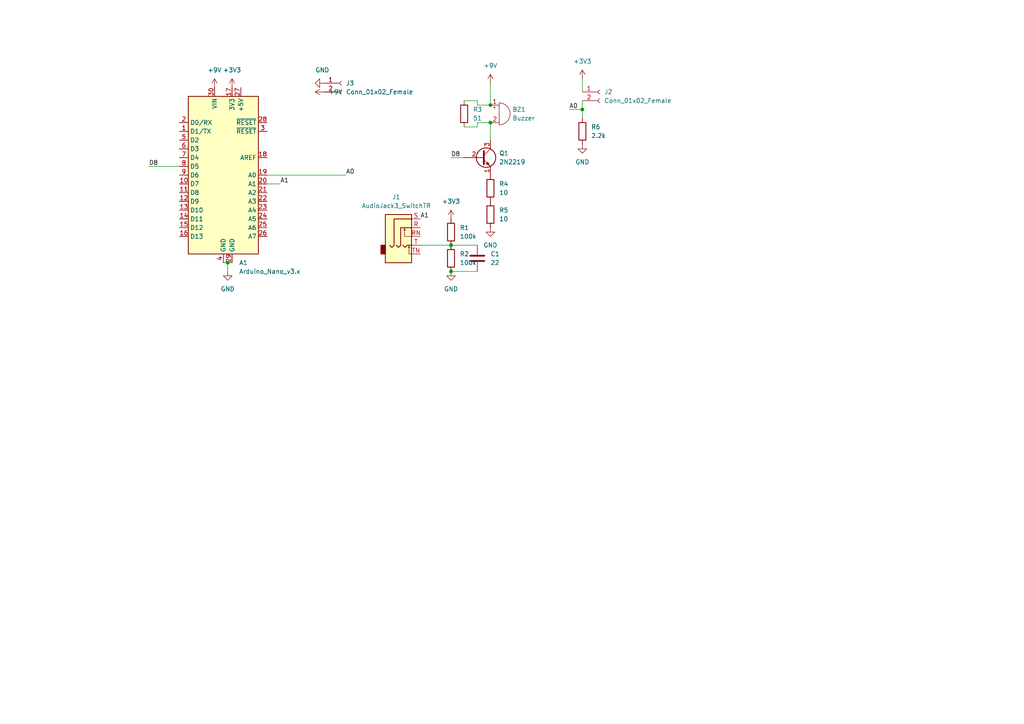
<source format=kicad_sch>
(kicad_sch (version 20230121) (generator eeschema)

  (uuid ebd05648-4087-459e-851f-75aa404c75e9)

  (paper "A4")

  (lib_symbols
    (symbol "Connector:AudioJack3_SwitchTR" (in_bom yes) (on_board yes)
      (property "Reference" "J" (at 0 8.89 0)
        (effects (font (size 1.27 1.27)))
      )
      (property "Value" "AudioJack3_SwitchTR" (at 0 6.35 0)
        (effects (font (size 1.27 1.27)))
      )
      (property "Footprint" "" (at 0 0 0)
        (effects (font (size 1.27 1.27)) hide)
      )
      (property "Datasheet" "~" (at 0 0 0)
        (effects (font (size 1.27 1.27)) hide)
      )
      (property "ki_keywords" "audio jack receptacle stereo headphones phones TRS connector" (at 0 0 0)
        (effects (font (size 1.27 1.27)) hide)
      )
      (property "ki_description" "Audio Jack, 3 Poles (Stereo / TRS), Switched TR Poles (Normalling)" (at 0 0 0)
        (effects (font (size 1.27 1.27)) hide)
      )
      (property "ki_fp_filters" "Jack*" (at 0 0 0)
        (effects (font (size 1.27 1.27)) hide)
      )
      (symbol "AudioJack3_SwitchTR_0_1"
        (rectangle (start -5.08 -5.08) (end -6.35 -7.62)
          (stroke (width 0.254) (type default))
          (fill (type outline))
        )
        (polyline
          (pts
            (xy 0.508 -0.254)
            (xy 0.762 -0.762)
          )
          (stroke (width 0) (type default))
          (fill (type none))
        )
        (polyline
          (pts
            (xy 1.778 -5.334)
            (xy 2.032 -5.842)
          )
          (stroke (width 0) (type default))
          (fill (type none))
        )
        (polyline
          (pts
            (xy 0 -5.08)
            (xy 0.635 -5.715)
            (xy 1.27 -5.08)
            (xy 2.54 -5.08)
          )
          (stroke (width 0.254) (type default))
          (fill (type none))
        )
        (polyline
          (pts
            (xy 2.54 -7.62)
            (xy 1.778 -7.62)
            (xy 1.778 -5.334)
            (xy 1.524 -5.842)
          )
          (stroke (width 0) (type default))
          (fill (type none))
        )
        (polyline
          (pts
            (xy 2.54 -2.54)
            (xy 0.508 -2.54)
            (xy 0.508 -0.254)
            (xy 0.254 -0.762)
          )
          (stroke (width 0) (type default))
          (fill (type none))
        )
        (polyline
          (pts
            (xy -1.905 -5.08)
            (xy -1.27 -5.715)
            (xy -0.635 -5.08)
            (xy -0.635 0)
            (xy 2.54 0)
          )
          (stroke (width 0.254) (type default))
          (fill (type none))
        )
        (polyline
          (pts
            (xy 2.54 2.54)
            (xy -2.54 2.54)
            (xy -2.54 -5.08)
            (xy -3.175 -5.715)
            (xy -3.81 -5.08)
          )
          (stroke (width 0.254) (type default))
          (fill (type none))
        )
        (rectangle (start 2.54 3.81) (end -5.08 -10.16)
          (stroke (width 0.254) (type default))
          (fill (type background))
        )
      )
      (symbol "AudioJack3_SwitchTR_1_1"
        (pin passive line (at 5.08 0 180) (length 2.54)
          (name "~" (effects (font (size 1.27 1.27))))
          (number "R" (effects (font (size 1.27 1.27))))
        )
        (pin passive line (at 5.08 -2.54 180) (length 2.54)
          (name "~" (effects (font (size 1.27 1.27))))
          (number "RN" (effects (font (size 1.27 1.27))))
        )
        (pin passive line (at 5.08 2.54 180) (length 2.54)
          (name "~" (effects (font (size 1.27 1.27))))
          (number "S" (effects (font (size 1.27 1.27))))
        )
        (pin passive line (at 5.08 -5.08 180) (length 2.54)
          (name "~" (effects (font (size 1.27 1.27))))
          (number "T" (effects (font (size 1.27 1.27))))
        )
        (pin passive line (at 5.08 -7.62 180) (length 2.54)
          (name "~" (effects (font (size 1.27 1.27))))
          (number "TN" (effects (font (size 1.27 1.27))))
        )
      )
    )
    (symbol "Connector:Conn_01x02_Female" (pin_names (offset 1.016) hide) (in_bom yes) (on_board yes)
      (property "Reference" "J" (at 0 2.54 0)
        (effects (font (size 1.27 1.27)))
      )
      (property "Value" "Conn_01x02_Female" (at 0 -5.08 0)
        (effects (font (size 1.27 1.27)))
      )
      (property "Footprint" "" (at 0 0 0)
        (effects (font (size 1.27 1.27)) hide)
      )
      (property "Datasheet" "~" (at 0 0 0)
        (effects (font (size 1.27 1.27)) hide)
      )
      (property "ki_keywords" "connector" (at 0 0 0)
        (effects (font (size 1.27 1.27)) hide)
      )
      (property "ki_description" "Generic connector, single row, 01x02, script generated (kicad-library-utils/schlib/autogen/connector/)" (at 0 0 0)
        (effects (font (size 1.27 1.27)) hide)
      )
      (property "ki_fp_filters" "Connector*:*_1x??_*" (at 0 0 0)
        (effects (font (size 1.27 1.27)) hide)
      )
      (symbol "Conn_01x02_Female_1_1"
        (arc (start 0 -2.032) (mid -0.5058 -2.54) (end 0 -3.048)
          (stroke (width 0.1524) (type default))
          (fill (type none))
        )
        (polyline
          (pts
            (xy -1.27 -2.54)
            (xy -0.508 -2.54)
          )
          (stroke (width 0.1524) (type default))
          (fill (type none))
        )
        (polyline
          (pts
            (xy -1.27 0)
            (xy -0.508 0)
          )
          (stroke (width 0.1524) (type default))
          (fill (type none))
        )
        (arc (start 0 0.508) (mid -0.5058 0) (end 0 -0.508)
          (stroke (width 0.1524) (type default))
          (fill (type none))
        )
        (pin passive line (at -5.08 0 0) (length 3.81)
          (name "Pin_1" (effects (font (size 1.27 1.27))))
          (number "1" (effects (font (size 1.27 1.27))))
        )
        (pin passive line (at -5.08 -2.54 0) (length 3.81)
          (name "Pin_2" (effects (font (size 1.27 1.27))))
          (number "2" (effects (font (size 1.27 1.27))))
        )
      )
    )
    (symbol "Device:Buzzer" (pin_names (offset 0.0254) hide) (in_bom yes) (on_board yes)
      (property "Reference" "BZ" (at 3.81 1.27 0)
        (effects (font (size 1.27 1.27)) (justify left))
      )
      (property "Value" "Buzzer" (at 3.81 -1.27 0)
        (effects (font (size 1.27 1.27)) (justify left))
      )
      (property "Footprint" "" (at -0.635 2.54 90)
        (effects (font (size 1.27 1.27)) hide)
      )
      (property "Datasheet" "~" (at -0.635 2.54 90)
        (effects (font (size 1.27 1.27)) hide)
      )
      (property "ki_keywords" "quartz resonator ceramic" (at 0 0 0)
        (effects (font (size 1.27 1.27)) hide)
      )
      (property "ki_description" "Buzzer, polarized" (at 0 0 0)
        (effects (font (size 1.27 1.27)) hide)
      )
      (property "ki_fp_filters" "*Buzzer*" (at 0 0 0)
        (effects (font (size 1.27 1.27)) hide)
      )
      (symbol "Buzzer_0_1"
        (arc (start 0 -3.175) (mid 3.1612 0) (end 0 3.175)
          (stroke (width 0) (type default))
          (fill (type none))
        )
        (polyline
          (pts
            (xy -1.651 1.905)
            (xy -1.143 1.905)
          )
          (stroke (width 0) (type default))
          (fill (type none))
        )
        (polyline
          (pts
            (xy -1.397 2.159)
            (xy -1.397 1.651)
          )
          (stroke (width 0) (type default))
          (fill (type none))
        )
        (polyline
          (pts
            (xy 0 3.175)
            (xy 0 -3.175)
          )
          (stroke (width 0) (type default))
          (fill (type none))
        )
      )
      (symbol "Buzzer_1_1"
        (pin passive line (at -2.54 2.54 0) (length 2.54)
          (name "-" (effects (font (size 1.27 1.27))))
          (number "1" (effects (font (size 1.27 1.27))))
        )
        (pin passive line (at -2.54 -2.54 0) (length 2.54)
          (name "+" (effects (font (size 1.27 1.27))))
          (number "2" (effects (font (size 1.27 1.27))))
        )
      )
    )
    (symbol "Device:C" (pin_numbers hide) (pin_names (offset 0.254)) (in_bom yes) (on_board yes)
      (property "Reference" "C" (at 0.635 2.54 0)
        (effects (font (size 1.27 1.27)) (justify left))
      )
      (property "Value" "C" (at 0.635 -2.54 0)
        (effects (font (size 1.27 1.27)) (justify left))
      )
      (property "Footprint" "" (at 0.9652 -3.81 0)
        (effects (font (size 1.27 1.27)) hide)
      )
      (property "Datasheet" "~" (at 0 0 0)
        (effects (font (size 1.27 1.27)) hide)
      )
      (property "ki_keywords" "cap capacitor" (at 0 0 0)
        (effects (font (size 1.27 1.27)) hide)
      )
      (property "ki_description" "Unpolarized capacitor" (at 0 0 0)
        (effects (font (size 1.27 1.27)) hide)
      )
      (property "ki_fp_filters" "C_*" (at 0 0 0)
        (effects (font (size 1.27 1.27)) hide)
      )
      (symbol "C_0_1"
        (polyline
          (pts
            (xy -2.032 -0.762)
            (xy 2.032 -0.762)
          )
          (stroke (width 0.508) (type default))
          (fill (type none))
        )
        (polyline
          (pts
            (xy -2.032 0.762)
            (xy 2.032 0.762)
          )
          (stroke (width 0.508) (type default))
          (fill (type none))
        )
      )
      (symbol "C_1_1"
        (pin passive line (at 0 3.81 270) (length 2.794)
          (name "~" (effects (font (size 1.27 1.27))))
          (number "1" (effects (font (size 1.27 1.27))))
        )
        (pin passive line (at 0 -3.81 90) (length 2.794)
          (name "~" (effects (font (size 1.27 1.27))))
          (number "2" (effects (font (size 1.27 1.27))))
        )
      )
    )
    (symbol "Device:R" (pin_numbers hide) (pin_names (offset 0)) (in_bom yes) (on_board yes)
      (property "Reference" "R" (at 2.032 0 90)
        (effects (font (size 1.27 1.27)))
      )
      (property "Value" "R" (at 0 0 90)
        (effects (font (size 1.27 1.27)))
      )
      (property "Footprint" "" (at -1.778 0 90)
        (effects (font (size 1.27 1.27)) hide)
      )
      (property "Datasheet" "~" (at 0 0 0)
        (effects (font (size 1.27 1.27)) hide)
      )
      (property "ki_keywords" "R res resistor" (at 0 0 0)
        (effects (font (size 1.27 1.27)) hide)
      )
      (property "ki_description" "Resistor" (at 0 0 0)
        (effects (font (size 1.27 1.27)) hide)
      )
      (property "ki_fp_filters" "R_*" (at 0 0 0)
        (effects (font (size 1.27 1.27)) hide)
      )
      (symbol "R_0_1"
        (rectangle (start -1.016 -2.54) (end 1.016 2.54)
          (stroke (width 0.254) (type default))
          (fill (type none))
        )
      )
      (symbol "R_1_1"
        (pin passive line (at 0 3.81 270) (length 1.27)
          (name "~" (effects (font (size 1.27 1.27))))
          (number "1" (effects (font (size 1.27 1.27))))
        )
        (pin passive line (at 0 -3.81 90) (length 1.27)
          (name "~" (effects (font (size 1.27 1.27))))
          (number "2" (effects (font (size 1.27 1.27))))
        )
      )
    )
    (symbol "MCU_Module:Arduino_Nano_v3.x" (in_bom yes) (on_board yes)
      (property "Reference" "A" (at -10.16 23.495 0)
        (effects (font (size 1.27 1.27)) (justify left bottom))
      )
      (property "Value" "Arduino_Nano_v3.x" (at 5.08 -24.13 0)
        (effects (font (size 1.27 1.27)) (justify left top))
      )
      (property "Footprint" "Module:Arduino_Nano" (at 0 0 0)
        (effects (font (size 1.27 1.27) italic) hide)
      )
      (property "Datasheet" "http://www.mouser.com/pdfdocs/Gravitech_Arduino_Nano3_0.pdf" (at 0 0 0)
        (effects (font (size 1.27 1.27)) hide)
      )
      (property "ki_keywords" "Arduino nano microcontroller module USB" (at 0 0 0)
        (effects (font (size 1.27 1.27)) hide)
      )
      (property "ki_description" "Arduino Nano v3.x" (at 0 0 0)
        (effects (font (size 1.27 1.27)) hide)
      )
      (property "ki_fp_filters" "Arduino*Nano*" (at 0 0 0)
        (effects (font (size 1.27 1.27)) hide)
      )
      (symbol "Arduino_Nano_v3.x_0_1"
        (rectangle (start -10.16 22.86) (end 10.16 -22.86)
          (stroke (width 0.254) (type default))
          (fill (type background))
        )
      )
      (symbol "Arduino_Nano_v3.x_1_1"
        (pin bidirectional line (at -12.7 12.7 0) (length 2.54)
          (name "D1/TX" (effects (font (size 1.27 1.27))))
          (number "1" (effects (font (size 1.27 1.27))))
        )
        (pin bidirectional line (at -12.7 -2.54 0) (length 2.54)
          (name "D7" (effects (font (size 1.27 1.27))))
          (number "10" (effects (font (size 1.27 1.27))))
        )
        (pin bidirectional line (at -12.7 -5.08 0) (length 2.54)
          (name "D8" (effects (font (size 1.27 1.27))))
          (number "11" (effects (font (size 1.27 1.27))))
        )
        (pin bidirectional line (at -12.7 -7.62 0) (length 2.54)
          (name "D9" (effects (font (size 1.27 1.27))))
          (number "12" (effects (font (size 1.27 1.27))))
        )
        (pin bidirectional line (at -12.7 -10.16 0) (length 2.54)
          (name "D10" (effects (font (size 1.27 1.27))))
          (number "13" (effects (font (size 1.27 1.27))))
        )
        (pin bidirectional line (at -12.7 -12.7 0) (length 2.54)
          (name "D11" (effects (font (size 1.27 1.27))))
          (number "14" (effects (font (size 1.27 1.27))))
        )
        (pin bidirectional line (at -12.7 -15.24 0) (length 2.54)
          (name "D12" (effects (font (size 1.27 1.27))))
          (number "15" (effects (font (size 1.27 1.27))))
        )
        (pin bidirectional line (at -12.7 -17.78 0) (length 2.54)
          (name "D13" (effects (font (size 1.27 1.27))))
          (number "16" (effects (font (size 1.27 1.27))))
        )
        (pin power_out line (at 2.54 25.4 270) (length 2.54)
          (name "3V3" (effects (font (size 1.27 1.27))))
          (number "17" (effects (font (size 1.27 1.27))))
        )
        (pin input line (at 12.7 5.08 180) (length 2.54)
          (name "AREF" (effects (font (size 1.27 1.27))))
          (number "18" (effects (font (size 1.27 1.27))))
        )
        (pin bidirectional line (at 12.7 0 180) (length 2.54)
          (name "A0" (effects (font (size 1.27 1.27))))
          (number "19" (effects (font (size 1.27 1.27))))
        )
        (pin bidirectional line (at -12.7 15.24 0) (length 2.54)
          (name "D0/RX" (effects (font (size 1.27 1.27))))
          (number "2" (effects (font (size 1.27 1.27))))
        )
        (pin bidirectional line (at 12.7 -2.54 180) (length 2.54)
          (name "A1" (effects (font (size 1.27 1.27))))
          (number "20" (effects (font (size 1.27 1.27))))
        )
        (pin bidirectional line (at 12.7 -5.08 180) (length 2.54)
          (name "A2" (effects (font (size 1.27 1.27))))
          (number "21" (effects (font (size 1.27 1.27))))
        )
        (pin bidirectional line (at 12.7 -7.62 180) (length 2.54)
          (name "A3" (effects (font (size 1.27 1.27))))
          (number "22" (effects (font (size 1.27 1.27))))
        )
        (pin bidirectional line (at 12.7 -10.16 180) (length 2.54)
          (name "A4" (effects (font (size 1.27 1.27))))
          (number "23" (effects (font (size 1.27 1.27))))
        )
        (pin bidirectional line (at 12.7 -12.7 180) (length 2.54)
          (name "A5" (effects (font (size 1.27 1.27))))
          (number "24" (effects (font (size 1.27 1.27))))
        )
        (pin bidirectional line (at 12.7 -15.24 180) (length 2.54)
          (name "A6" (effects (font (size 1.27 1.27))))
          (number "25" (effects (font (size 1.27 1.27))))
        )
        (pin bidirectional line (at 12.7 -17.78 180) (length 2.54)
          (name "A7" (effects (font (size 1.27 1.27))))
          (number "26" (effects (font (size 1.27 1.27))))
        )
        (pin power_out line (at 5.08 25.4 270) (length 2.54)
          (name "+5V" (effects (font (size 1.27 1.27))))
          (number "27" (effects (font (size 1.27 1.27))))
        )
        (pin input line (at 12.7 15.24 180) (length 2.54)
          (name "~{RESET}" (effects (font (size 1.27 1.27))))
          (number "28" (effects (font (size 1.27 1.27))))
        )
        (pin power_in line (at 2.54 -25.4 90) (length 2.54)
          (name "GND" (effects (font (size 1.27 1.27))))
          (number "29" (effects (font (size 1.27 1.27))))
        )
        (pin input line (at 12.7 12.7 180) (length 2.54)
          (name "~{RESET}" (effects (font (size 1.27 1.27))))
          (number "3" (effects (font (size 1.27 1.27))))
        )
        (pin power_in line (at -2.54 25.4 270) (length 2.54)
          (name "VIN" (effects (font (size 1.27 1.27))))
          (number "30" (effects (font (size 1.27 1.27))))
        )
        (pin power_in line (at 0 -25.4 90) (length 2.54)
          (name "GND" (effects (font (size 1.27 1.27))))
          (number "4" (effects (font (size 1.27 1.27))))
        )
        (pin bidirectional line (at -12.7 10.16 0) (length 2.54)
          (name "D2" (effects (font (size 1.27 1.27))))
          (number "5" (effects (font (size 1.27 1.27))))
        )
        (pin bidirectional line (at -12.7 7.62 0) (length 2.54)
          (name "D3" (effects (font (size 1.27 1.27))))
          (number "6" (effects (font (size 1.27 1.27))))
        )
        (pin bidirectional line (at -12.7 5.08 0) (length 2.54)
          (name "D4" (effects (font (size 1.27 1.27))))
          (number "7" (effects (font (size 1.27 1.27))))
        )
        (pin bidirectional line (at -12.7 2.54 0) (length 2.54)
          (name "D5" (effects (font (size 1.27 1.27))))
          (number "8" (effects (font (size 1.27 1.27))))
        )
        (pin bidirectional line (at -12.7 0 0) (length 2.54)
          (name "D6" (effects (font (size 1.27 1.27))))
          (number "9" (effects (font (size 1.27 1.27))))
        )
      )
    )
    (symbol "Transistor_BJT:2N2219" (pin_names (offset 0) hide) (in_bom yes) (on_board yes)
      (property "Reference" "Q" (at 5.08 1.905 0)
        (effects (font (size 1.27 1.27)) (justify left))
      )
      (property "Value" "2N2219" (at 5.08 0 0)
        (effects (font (size 1.27 1.27)) (justify left))
      )
      (property "Footprint" "Package_TO_SOT_THT:TO-39-3" (at 5.08 -1.905 0)
        (effects (font (size 1.27 1.27) italic) (justify left) hide)
      )
      (property "Datasheet" "http://www.onsemi.com/pub_link/Collateral/2N2219-D.PDF" (at 0 0 0)
        (effects (font (size 1.27 1.27)) (justify left) hide)
      )
      (property "ki_keywords" "NPN Transistor" (at 0 0 0)
        (effects (font (size 1.27 1.27)) hide)
      )
      (property "ki_description" "800mA Ic, 50V Vce, NPN Transistor, TO-39" (at 0 0 0)
        (effects (font (size 1.27 1.27)) hide)
      )
      (property "ki_fp_filters" "TO?39*" (at 0 0 0)
        (effects (font (size 1.27 1.27)) hide)
      )
      (symbol "2N2219_0_1"
        (polyline
          (pts
            (xy 0.635 0.635)
            (xy 2.54 2.54)
          )
          (stroke (width 0) (type default))
          (fill (type none))
        )
        (polyline
          (pts
            (xy 0.635 -0.635)
            (xy 2.54 -2.54)
            (xy 2.54 -2.54)
          )
          (stroke (width 0) (type default))
          (fill (type none))
        )
        (polyline
          (pts
            (xy 0.635 1.905)
            (xy 0.635 -1.905)
            (xy 0.635 -1.905)
          )
          (stroke (width 0.508) (type default))
          (fill (type none))
        )
        (polyline
          (pts
            (xy 1.27 -1.778)
            (xy 1.778 -1.27)
            (xy 2.286 -2.286)
            (xy 1.27 -1.778)
            (xy 1.27 -1.778)
          )
          (stroke (width 0) (type default))
          (fill (type outline))
        )
        (circle (center 1.27 0) (radius 2.8194)
          (stroke (width 0.254) (type default))
          (fill (type none))
        )
      )
      (symbol "2N2219_1_1"
        (pin passive line (at 2.54 -5.08 90) (length 2.54)
          (name "E" (effects (font (size 1.27 1.27))))
          (number "1" (effects (font (size 1.27 1.27))))
        )
        (pin passive line (at -5.08 0 0) (length 5.715)
          (name "B" (effects (font (size 1.27 1.27))))
          (number "2" (effects (font (size 1.27 1.27))))
        )
        (pin passive line (at 2.54 5.08 270) (length 2.54)
          (name "C" (effects (font (size 1.27 1.27))))
          (number "3" (effects (font (size 1.27 1.27))))
        )
      )
    )
    (symbol "power:+3.3V" (power) (pin_names (offset 0)) (in_bom yes) (on_board yes)
      (property "Reference" "#PWR" (at 0 -3.81 0)
        (effects (font (size 1.27 1.27)) hide)
      )
      (property "Value" "+3.3V" (at 0 3.556 0)
        (effects (font (size 1.27 1.27)))
      )
      (property "Footprint" "" (at 0 0 0)
        (effects (font (size 1.27 1.27)) hide)
      )
      (property "Datasheet" "" (at 0 0 0)
        (effects (font (size 1.27 1.27)) hide)
      )
      (property "ki_keywords" "power-flag" (at 0 0 0)
        (effects (font (size 1.27 1.27)) hide)
      )
      (property "ki_description" "Power symbol creates a global label with name \"+3.3V\"" (at 0 0 0)
        (effects (font (size 1.27 1.27)) hide)
      )
      (symbol "+3.3V_0_1"
        (polyline
          (pts
            (xy -0.762 1.27)
            (xy 0 2.54)
          )
          (stroke (width 0) (type default))
          (fill (type none))
        )
        (polyline
          (pts
            (xy 0 0)
            (xy 0 2.54)
          )
          (stroke (width 0) (type default))
          (fill (type none))
        )
        (polyline
          (pts
            (xy 0 2.54)
            (xy 0.762 1.27)
          )
          (stroke (width 0) (type default))
          (fill (type none))
        )
      )
      (symbol "+3.3V_1_1"
        (pin power_in line (at 0 0 90) (length 0) hide
          (name "+3V3" (effects (font (size 1.27 1.27))))
          (number "1" (effects (font (size 1.27 1.27))))
        )
      )
    )
    (symbol "power:+9V" (power) (pin_names (offset 0)) (in_bom yes) (on_board yes)
      (property "Reference" "#PWR" (at 0 -3.81 0)
        (effects (font (size 1.27 1.27)) hide)
      )
      (property "Value" "+9V" (at 0 3.556 0)
        (effects (font (size 1.27 1.27)))
      )
      (property "Footprint" "" (at 0 0 0)
        (effects (font (size 1.27 1.27)) hide)
      )
      (property "Datasheet" "" (at 0 0 0)
        (effects (font (size 1.27 1.27)) hide)
      )
      (property "ki_keywords" "power-flag" (at 0 0 0)
        (effects (font (size 1.27 1.27)) hide)
      )
      (property "ki_description" "Power symbol creates a global label with name \"+9V\"" (at 0 0 0)
        (effects (font (size 1.27 1.27)) hide)
      )
      (symbol "+9V_0_1"
        (polyline
          (pts
            (xy -0.762 1.27)
            (xy 0 2.54)
          )
          (stroke (width 0) (type default))
          (fill (type none))
        )
        (polyline
          (pts
            (xy 0 0)
            (xy 0 2.54)
          )
          (stroke (width 0) (type default))
          (fill (type none))
        )
        (polyline
          (pts
            (xy 0 2.54)
            (xy 0.762 1.27)
          )
          (stroke (width 0) (type default))
          (fill (type none))
        )
      )
      (symbol "+9V_1_1"
        (pin power_in line (at 0 0 90) (length 0) hide
          (name "+9V" (effects (font (size 1.27 1.27))))
          (number "1" (effects (font (size 1.27 1.27))))
        )
      )
    )
    (symbol "power:GND" (power) (pin_names (offset 0)) (in_bom yes) (on_board yes)
      (property "Reference" "#PWR" (at 0 -6.35 0)
        (effects (font (size 1.27 1.27)) hide)
      )
      (property "Value" "GND" (at 0 -3.81 0)
        (effects (font (size 1.27 1.27)))
      )
      (property "Footprint" "" (at 0 0 0)
        (effects (font (size 1.27 1.27)) hide)
      )
      (property "Datasheet" "" (at 0 0 0)
        (effects (font (size 1.27 1.27)) hide)
      )
      (property "ki_keywords" "power-flag" (at 0 0 0)
        (effects (font (size 1.27 1.27)) hide)
      )
      (property "ki_description" "Power symbol creates a global label with name \"GND\" , ground" (at 0 0 0)
        (effects (font (size 1.27 1.27)) hide)
      )
      (symbol "GND_0_1"
        (polyline
          (pts
            (xy 0 0)
            (xy 0 -1.27)
            (xy 1.27 -1.27)
            (xy 0 -2.54)
            (xy -1.27 -1.27)
            (xy 0 -1.27)
          )
          (stroke (width 0) (type default))
          (fill (type none))
        )
      )
      (symbol "GND_1_1"
        (pin power_in line (at 0 0 270) (length 0) hide
          (name "GND" (effects (font (size 1.27 1.27))))
          (number "1" (effects (font (size 1.27 1.27))))
        )
      )
    )
  )

  (junction (at 142.24 30.48) (diameter 0) (color 0 0 0 0)
    (uuid 2644127b-c5aa-4008-808e-9cfce3e14bb7)
  )
  (junction (at 66.04 76.2) (diameter 0) (color 0 0 0 0)
    (uuid 5514eeff-316b-486c-882e-29473204b66c)
  )
  (junction (at 130.81 71.12) (diameter 0) (color 0 0 0 0)
    (uuid 6698537c-c3b4-47fe-be2a-df46897104cb)
  )
  (junction (at 130.81 78.74) (diameter 0) (color 0 0 0 0)
    (uuid b65e158d-b834-4aa3-8e55-26babbdc9b60)
  )
  (junction (at 142.24 35.56) (diameter 0) (color 0 0 0 0)
    (uuid ce15471a-e895-4ef4-b07b-72384accebd3)
  )
  (junction (at 168.91 31.75) (diameter 0) (color 0 0 0 0)
    (uuid f495c843-f179-4624-b084-7264b8ce1faf)
  )

  (wire (pts (xy 134.62 36.83) (xy 138.43 36.83))
    (stroke (width 0) (type default))
    (uuid 0023d506-190d-413f-b8b1-d7124d766938)
  )
  (wire (pts (xy 168.91 31.75) (xy 168.91 34.29))
    (stroke (width 0) (type default))
    (uuid 1b0b72ea-8bc0-47c2-ae0e-603ada81102c)
  )
  (wire (pts (xy 130.81 71.12) (xy 138.43 71.12))
    (stroke (width 0) (type default))
    (uuid 36969f97-8771-4c7b-b2fd-9529c41b71fe)
  )
  (wire (pts (xy 138.43 35.56) (xy 142.24 35.56))
    (stroke (width 0) (type default))
    (uuid 36a0c6f1-c752-4984-bdf3-cb271f2ccfb3)
  )
  (wire (pts (xy 165.1 31.75) (xy 168.91 31.75))
    (stroke (width 0) (type default))
    (uuid 375901bb-4a8e-4fed-9d8a-1f5e4c7cb671)
  )
  (wire (pts (xy 130.81 45.72) (xy 134.62 45.72))
    (stroke (width 0) (type default))
    (uuid 40a76919-b435-4155-bb5c-306a745643ef)
  )
  (wire (pts (xy 66.04 76.2) (xy 66.04 78.74))
    (stroke (width 0) (type default))
    (uuid 44d610b5-8765-4768-bd87-8820d8f56f22)
  )
  (wire (pts (xy 121.92 71.12) (xy 130.81 71.12))
    (stroke (width 0) (type default))
    (uuid 461f3ae5-6d39-479d-884e-af65bf8e21fe)
  )
  (wire (pts (xy 168.91 22.86) (xy 168.91 26.67))
    (stroke (width 0) (type default))
    (uuid 567b644d-a5b8-445b-a9ce-c06000729332)
  )
  (wire (pts (xy 77.47 53.34) (xy 81.28 53.34))
    (stroke (width 0) (type default))
    (uuid 58145cdc-ab65-48dd-9b83-9446acc9f321)
  )
  (wire (pts (xy 138.43 36.83) (xy 138.43 35.56))
    (stroke (width 0) (type default))
    (uuid 7444b91d-5fec-4eb8-8889-fcfcc3d6aef8)
  )
  (wire (pts (xy 130.81 78.74) (xy 138.43 78.74))
    (stroke (width 0) (type default))
    (uuid 76ebfbbf-6b98-4a1e-8b80-b255bed7380a)
  )
  (wire (pts (xy 142.24 35.56) (xy 142.24 40.64))
    (stroke (width 0) (type default))
    (uuid 78a6d316-b1db-4352-ae88-78f1e81d2ac6)
  )
  (wire (pts (xy 43.18 48.26) (xy 52.07 48.26))
    (stroke (width 0) (type default))
    (uuid 7e96227b-dc1a-4fee-9ad8-4946b3f69c05)
  )
  (wire (pts (xy 64.77 76.2) (xy 66.04 76.2))
    (stroke (width 0) (type default))
    (uuid 891dfae8-7926-4604-b235-62b05663ba9c)
  )
  (wire (pts (xy 142.24 30.48) (xy 138.43 30.48))
    (stroke (width 0) (type default))
    (uuid 92c18e5f-6f07-46c9-acd1-09888da4c8c9)
  )
  (wire (pts (xy 77.47 50.8) (xy 100.33 50.8))
    (stroke (width 0) (type default))
    (uuid 9309d048-a060-4353-bb9a-85eeb34b7ed1)
  )
  (wire (pts (xy 168.91 29.21) (xy 168.91 31.75))
    (stroke (width 0) (type default))
    (uuid 98a703e7-0424-45f3-9161-b1e9deffb904)
  )
  (wire (pts (xy 142.24 24.13) (xy 142.24 30.48))
    (stroke (width 0) (type default))
    (uuid ab256448-9db1-4746-8972-cf07de3c5860)
  )
  (wire (pts (xy 138.43 29.21) (xy 134.62 29.21))
    (stroke (width 0) (type default))
    (uuid d8bb4bd2-729e-4b39-98d2-fa6a0df97bc6)
  )
  (wire (pts (xy 138.43 30.48) (xy 138.43 29.21))
    (stroke (width 0) (type default))
    (uuid e4db966a-4c9d-4730-84d9-d7e5c8310e09)
  )
  (wire (pts (xy 66.04 76.2) (xy 67.31 76.2))
    (stroke (width 0) (type default))
    (uuid ffc6af1e-be88-4ae5-ad5b-f894fbd5c36a)
  )

  (label "A0" (at 165.1 31.75 0) (fields_autoplaced)
    (effects (font (size 1.27 1.27)) (justify left bottom))
    (uuid 00378a3b-f89e-493c-9d89-0960e4d34540)
  )
  (label "A0" (at 100.33 50.8 0) (fields_autoplaced)
    (effects (font (size 1.27 1.27)) (justify left bottom))
    (uuid 2ab10d7c-e636-4a08-88b0-aaa315092f00)
  )
  (label "D8" (at 130.81 45.72 0) (fields_autoplaced)
    (effects (font (size 1.27 1.27)) (justify left bottom))
    (uuid 62bf13d1-9286-4ab3-be5e-81b4030c75c8)
  )
  (label "D8" (at 43.18 48.26 0) (fields_autoplaced)
    (effects (font (size 1.27 1.27)) (justify left bottom))
    (uuid 731c2125-37cb-4f2f-8ef8-1954ab5dd1e0)
  )
  (label "A1" (at 121.92 63.5 0) (fields_autoplaced)
    (effects (font (size 1.27 1.27)) (justify left bottom))
    (uuid 78758bbe-99a2-44e5-8d61-0ac35f829148)
  )
  (label "A1" (at 81.28 53.34 0) (fields_autoplaced)
    (effects (font (size 1.27 1.27)) (justify left bottom))
    (uuid b120e625-b1c1-4407-869e-47e8ac610ad4)
  )

  (symbol (lib_id "Device:R") (at 130.81 74.93 0) (unit 1)
    (in_bom yes) (on_board yes) (dnp no) (fields_autoplaced)
    (uuid 124ee9bf-c3e2-4718-96d3-9dcbfc41ca1f)
    (property "Reference" "R2" (at 133.35 73.6599 0)
      (effects (font (size 1.27 1.27)) (justify left))
    )
    (property "Value" "100k" (at 133.35 76.1999 0)
      (effects (font (size 1.27 1.27)) (justify left))
    )
    (property "Footprint" "Resistor_THT:R_Axial_DIN0207_L6.3mm_D2.5mm_P10.16mm_Horizontal" (at 129.032 74.93 90)
      (effects (font (size 1.27 1.27)) hide)
    )
    (property "Datasheet" "~" (at 130.81 74.93 0)
      (effects (font (size 1.27 1.27)) hide)
    )
    (pin "1" (uuid b62dae99-8bdf-4159-b2b9-408843bf3d9a))
    (pin "2" (uuid 5c3bcc7e-2c3a-411b-9854-0a67fa42d0f7))
    (instances
      (project "Dryer Buzzer V2"
        (path "/ebd05648-4087-459e-851f-75aa404c75e9"
          (reference "R2") (unit 1)
        )
      )
    )
  )

  (symbol (lib_id "MCU_Module:Arduino_Nano_v3.x") (at 64.77 50.8 0) (unit 1)
    (in_bom yes) (on_board yes) (dnp no) (fields_autoplaced)
    (uuid 1e59d700-2a92-4668-91f8-8b9a228fee81)
    (property "Reference" "A1" (at 69.3294 76.2 0)
      (effects (font (size 1.27 1.27)) (justify left))
    )
    (property "Value" "Arduino_Nano_v3.x" (at 69.3294 78.74 0)
      (effects (font (size 1.27 1.27)) (justify left))
    )
    (property "Footprint" "Module:Arduino_Nano" (at 64.77 50.8 0)
      (effects (font (size 1.27 1.27) italic) hide)
    )
    (property "Datasheet" "http://www.mouser.com/pdfdocs/Gravitech_Arduino_Nano3_0.pdf" (at 64.77 50.8 0)
      (effects (font (size 1.27 1.27)) hide)
    )
    (pin "1" (uuid 42147e17-0214-4c3f-82b7-f01ef13077c0))
    (pin "10" (uuid 89bcb2fa-84a9-40f8-ba88-a42ce4dad353))
    (pin "11" (uuid f1585c9e-ba90-4ab0-af48-f280f14b9bda))
    (pin "12" (uuid 4696f448-4750-4c86-9c9f-5953b6eea324))
    (pin "13" (uuid 8ec3b774-c709-46de-9fba-6318268aa03d))
    (pin "14" (uuid 5a40d54b-163f-4460-8298-a20275afe4e0))
    (pin "15" (uuid 139f6ef8-c104-48fa-9e8e-671480a6b39d))
    (pin "16" (uuid 9089692c-a812-43fc-8fcd-b10c2e2b4bce))
    (pin "17" (uuid 022f5300-1597-48c6-82e6-08fd654960bc))
    (pin "18" (uuid f9a3b03c-35a8-493c-b603-bc2f2c494ec5))
    (pin "19" (uuid 45216fde-2c14-4107-83c8-bbf1f5440db8))
    (pin "2" (uuid aa5b5b9e-1cd9-478a-b1fc-49665451f04a))
    (pin "20" (uuid c5b8d313-e9d7-4703-bf03-d04f74b44c23))
    (pin "21" (uuid 56205a53-3e4f-4b56-b27f-49f7736602ff))
    (pin "22" (uuid 8606433f-eb38-4a76-82a3-542bc6877c00))
    (pin "23" (uuid 747d8ff0-60c3-4032-8dc7-adf41ce12ba2))
    (pin "24" (uuid ac389968-7752-4232-b7f1-4f887cf41924))
    (pin "25" (uuid e3492ae1-997a-4acb-b101-2cb475fa7aa1))
    (pin "26" (uuid 10dceefd-8783-4610-87d9-bbf947a3d7f4))
    (pin "27" (uuid d2ea0543-27de-4e5c-bba4-dbc83f2712db))
    (pin "28" (uuid f1a42d77-bc83-4bdc-8ad3-6e1e7f5cc4c4))
    (pin "29" (uuid 78cffc08-0020-46d6-a2eb-69a001a2c424))
    (pin "3" (uuid 14a7f171-9afc-4736-95ec-68778b92f4bc))
    (pin "30" (uuid 5c84bd0b-3acf-4a8a-8721-0677b36a12a7))
    (pin "4" (uuid 2806385d-432f-4f30-a7f6-639a1b804455))
    (pin "5" (uuid e628eb1b-58fa-4c76-8cde-a543de8d6127))
    (pin "6" (uuid 490c3c2a-1eb6-4128-9ade-ee1f566bf189))
    (pin "7" (uuid ba27b073-dd1e-4060-acf4-eefc168f7ab3))
    (pin "8" (uuid 2c43f8ee-dea4-41ca-af1f-34bb297518cd))
    (pin "9" (uuid 5152ef43-5c17-4465-b3ad-f42877304809))
    (instances
      (project "Dryer Buzzer V2"
        (path "/ebd05648-4087-459e-851f-75aa404c75e9"
          (reference "A1") (unit 1)
        )
      )
    )
  )

  (symbol (lib_id "power:+3.3V") (at 130.81 63.5 0) (unit 1)
    (in_bom yes) (on_board yes) (dnp no) (fields_autoplaced)
    (uuid 3745201f-f7c3-4440-b899-cc2168b727ff)
    (property "Reference" "#PWR04" (at 130.81 67.31 0)
      (effects (font (size 1.27 1.27)) hide)
    )
    (property "Value" "+3.3V" (at 130.81 58.42 0)
      (effects (font (size 1.27 1.27)))
    )
    (property "Footprint" "" (at 130.81 63.5 0)
      (effects (font (size 1.27 1.27)) hide)
    )
    (property "Datasheet" "" (at 130.81 63.5 0)
      (effects (font (size 1.27 1.27)) hide)
    )
    (pin "1" (uuid eefd2c59-36e7-4c5a-99f7-87e52851b3b2))
    (instances
      (project "Dryer Buzzer V2"
        (path "/ebd05648-4087-459e-851f-75aa404c75e9"
          (reference "#PWR04") (unit 1)
        )
      )
    )
  )

  (symbol (lib_id "Connector:Conn_01x02_Female") (at 99.06 24.13 0) (unit 1)
    (in_bom yes) (on_board yes) (dnp no) (fields_autoplaced)
    (uuid 48ffeec3-9589-4aa6-81af-7a900bd513f4)
    (property "Reference" "J3" (at 100.33 24.1299 0)
      (effects (font (size 1.27 1.27)) (justify left))
    )
    (property "Value" "Conn_01x02_Female" (at 100.33 26.6699 0)
      (effects (font (size 1.27 1.27)) (justify left))
    )
    (property "Footprint" "Connector_JST:JST_EH_B2B-EH-A_1x02_P2.50mm_Vertical" (at 99.06 24.13 0)
      (effects (font (size 1.27 1.27)) hide)
    )
    (property "Datasheet" "~" (at 99.06 24.13 0)
      (effects (font (size 1.27 1.27)) hide)
    )
    (pin "1" (uuid a20430a7-a8f0-426f-ad9d-84b626fd4ddd))
    (pin "2" (uuid 7ba127d8-ffb3-4b26-9e2a-c64afc402268))
    (instances
      (project "Dryer Buzzer V2"
        (path "/ebd05648-4087-459e-851f-75aa404c75e9"
          (reference "J3") (unit 1)
        )
      )
    )
  )

  (symbol (lib_id "power:GND") (at 93.98 24.13 270) (unit 1)
    (in_bom yes) (on_board yes) (dnp no)
    (uuid 4f0e45c5-078a-46d5-ac74-3a75fbcbabfc)
    (property "Reference" "#PWR010" (at 87.63 24.13 0)
      (effects (font (size 1.27 1.27)) hide)
    )
    (property "Value" "GND" (at 91.44 20.32 90)
      (effects (font (size 1.27 1.27)) (justify left))
    )
    (property "Footprint" "" (at 93.98 24.13 0)
      (effects (font (size 1.27 1.27)) hide)
    )
    (property "Datasheet" "" (at 93.98 24.13 0)
      (effects (font (size 1.27 1.27)) hide)
    )
    (pin "1" (uuid 47cb7f78-fc52-40fb-bb07-c17d6fef2795))
    (instances
      (project "Dryer Buzzer V2"
        (path "/ebd05648-4087-459e-851f-75aa404c75e9"
          (reference "#PWR010") (unit 1)
        )
      )
    )
  )

  (symbol (lib_id "power:GND") (at 142.24 66.04 0) (unit 1)
    (in_bom yes) (on_board yes) (dnp no) (fields_autoplaced)
    (uuid 50a78c16-0c9a-44e2-b2f7-c4d55a5d1db0)
    (property "Reference" "#PWR07" (at 142.24 72.39 0)
      (effects (font (size 1.27 1.27)) hide)
    )
    (property "Value" "GND" (at 142.24 71.12 0)
      (effects (font (size 1.27 1.27)))
    )
    (property "Footprint" "" (at 142.24 66.04 0)
      (effects (font (size 1.27 1.27)) hide)
    )
    (property "Datasheet" "" (at 142.24 66.04 0)
      (effects (font (size 1.27 1.27)) hide)
    )
    (pin "1" (uuid 592ae6e9-84b1-48b2-ac08-f14ec0912ce7))
    (instances
      (project "Dryer Buzzer V2"
        (path "/ebd05648-4087-459e-851f-75aa404c75e9"
          (reference "#PWR07") (unit 1)
        )
      )
    )
  )

  (symbol (lib_id "power:GND") (at 130.81 78.74 0) (unit 1)
    (in_bom yes) (on_board yes) (dnp no) (fields_autoplaced)
    (uuid 50e4c5a1-9ec3-41f8-87e7-1a8a9184f60d)
    (property "Reference" "#PWR05" (at 130.81 85.09 0)
      (effects (font (size 1.27 1.27)) hide)
    )
    (property "Value" "GND" (at 130.81 83.82 0)
      (effects (font (size 1.27 1.27)))
    )
    (property "Footprint" "" (at 130.81 78.74 0)
      (effects (font (size 1.27 1.27)) hide)
    )
    (property "Datasheet" "" (at 130.81 78.74 0)
      (effects (font (size 1.27 1.27)) hide)
    )
    (pin "1" (uuid a7bad7da-a237-4733-807d-369093b1856c))
    (instances
      (project "Dryer Buzzer V2"
        (path "/ebd05648-4087-459e-851f-75aa404c75e9"
          (reference "#PWR05") (unit 1)
        )
      )
    )
  )

  (symbol (lib_id "Device:R") (at 142.24 54.61 0) (unit 1)
    (in_bom yes) (on_board yes) (dnp no) (fields_autoplaced)
    (uuid 56963129-475d-4cac-832c-2a3a254f2b36)
    (property "Reference" "R4" (at 144.78 53.3399 0)
      (effects (font (size 1.27 1.27)) (justify left))
    )
    (property "Value" "10" (at 144.78 55.8799 0)
      (effects (font (size 1.27 1.27)) (justify left))
    )
    (property "Footprint" "Resistor_THT:R_Axial_DIN0207_L6.3mm_D2.5mm_P10.16mm_Horizontal" (at 140.462 54.61 90)
      (effects (font (size 1.27 1.27)) hide)
    )
    (property "Datasheet" "~" (at 142.24 54.61 0)
      (effects (font (size 1.27 1.27)) hide)
    )
    (pin "1" (uuid 159403e6-e47b-42cb-880e-aa08d1467040))
    (pin "2" (uuid df701bc8-83ce-48a2-9e5e-0c6c3f3d8cd5))
    (instances
      (project "Dryer Buzzer V2"
        (path "/ebd05648-4087-459e-851f-75aa404c75e9"
          (reference "R4") (unit 1)
        )
      )
    )
  )

  (symbol (lib_id "power:+3.3V") (at 67.31 25.4 0) (unit 1)
    (in_bom yes) (on_board yes) (dnp no) (fields_autoplaced)
    (uuid 5b45e814-029e-422b-835c-647ec88714ba)
    (property "Reference" "#PWR03" (at 67.31 29.21 0)
      (effects (font (size 1.27 1.27)) hide)
    )
    (property "Value" "+3.3V" (at 67.31 20.32 0)
      (effects (font (size 1.27 1.27)))
    )
    (property "Footprint" "" (at 67.31 25.4 0)
      (effects (font (size 1.27 1.27)) hide)
    )
    (property "Datasheet" "" (at 67.31 25.4 0)
      (effects (font (size 1.27 1.27)) hide)
    )
    (pin "1" (uuid ee6f4f60-4695-48c6-b953-128adbf1fb68))
    (instances
      (project "Dryer Buzzer V2"
        (path "/ebd05648-4087-459e-851f-75aa404c75e9"
          (reference "#PWR03") (unit 1)
        )
      )
    )
  )

  (symbol (lib_id "Device:R") (at 168.91 38.1 0) (unit 1)
    (in_bom yes) (on_board yes) (dnp no) (fields_autoplaced)
    (uuid 64a98920-1e50-4662-994c-69ed05f8579f)
    (property "Reference" "R6" (at 171.45 36.83 0)
      (effects (font (size 1.27 1.27)) (justify left))
    )
    (property "Value" "2.2k" (at 171.45 39.37 0)
      (effects (font (size 1.27 1.27)) (justify left))
    )
    (property "Footprint" "Resistor_THT:R_Axial_DIN0207_L6.3mm_D2.5mm_P10.16mm_Horizontal" (at 167.132 38.1 90)
      (effects (font (size 1.27 1.27)) hide)
    )
    (property "Datasheet" "~" (at 168.91 38.1 0)
      (effects (font (size 1.27 1.27)) hide)
    )
    (pin "1" (uuid c3e1cd28-0d6d-4ea3-888a-bc755ee01ebc))
    (pin "2" (uuid 2b9c0bd6-c830-41d4-a6ea-bd23a5b85814))
    (instances
      (project "Dryer Buzzer V2"
        (path "/ebd05648-4087-459e-851f-75aa404c75e9"
          (reference "R6") (unit 1)
        )
      )
    )
  )

  (symbol (lib_id "Transistor_BJT:2N2219") (at 139.7 45.72 0) (unit 1)
    (in_bom yes) (on_board yes) (dnp no) (fields_autoplaced)
    (uuid 6bb8186f-9627-4228-bd23-2123bc80d703)
    (property "Reference" "Q1" (at 144.78 44.4499 0)
      (effects (font (size 1.27 1.27)) (justify left))
    )
    (property "Value" "2N2219" (at 144.78 46.9899 0)
      (effects (font (size 1.27 1.27)) (justify left))
    )
    (property "Footprint" "Package_TO_SOT_THT:TO-39-3" (at 144.78 47.625 0)
      (effects (font (size 1.27 1.27) italic) (justify left) hide)
    )
    (property "Datasheet" "http://www.onsemi.com/pub_link/Collateral/2N2219-D.PDF" (at 139.7 45.72 0)
      (effects (font (size 1.27 1.27)) (justify left) hide)
    )
    (pin "1" (uuid c08c9943-ea7e-4d9b-8378-808051f46130))
    (pin "2" (uuid 97df3bb6-29e6-429c-81aa-64c980f911b9))
    (pin "3" (uuid 58ac892f-c352-4dfa-b20e-02b349d91728))
    (instances
      (project "Dryer Buzzer V2"
        (path "/ebd05648-4087-459e-851f-75aa404c75e9"
          (reference "Q1") (unit 1)
        )
      )
    )
  )

  (symbol (lib_id "power:+9V") (at 142.24 24.13 0) (unit 1)
    (in_bom yes) (on_board yes) (dnp no) (fields_autoplaced)
    (uuid 6ce3e4df-86e7-45d9-a8b8-daee483612d2)
    (property "Reference" "#PWR06" (at 142.24 27.94 0)
      (effects (font (size 1.27 1.27)) hide)
    )
    (property "Value" "+9V" (at 142.24 19.05 0)
      (effects (font (size 1.27 1.27)))
    )
    (property "Footprint" "" (at 142.24 24.13 0)
      (effects (font (size 1.27 1.27)) hide)
    )
    (property "Datasheet" "" (at 142.24 24.13 0)
      (effects (font (size 1.27 1.27)) hide)
    )
    (pin "1" (uuid 1790fbed-08bf-4da7-8078-ee57c22e577b))
    (instances
      (project "Dryer Buzzer V2"
        (path "/ebd05648-4087-459e-851f-75aa404c75e9"
          (reference "#PWR06") (unit 1)
        )
      )
    )
  )

  (symbol (lib_id "power:GND") (at 66.04 78.74 0) (unit 1)
    (in_bom yes) (on_board yes) (dnp no) (fields_autoplaced)
    (uuid 6f7c886d-f4c8-4024-8fe3-66528b2d7627)
    (property "Reference" "#PWR02" (at 66.04 85.09 0)
      (effects (font (size 1.27 1.27)) hide)
    )
    (property "Value" "GND" (at 66.04 83.82 0)
      (effects (font (size 1.27 1.27)))
    )
    (property "Footprint" "" (at 66.04 78.74 0)
      (effects (font (size 1.27 1.27)) hide)
    )
    (property "Datasheet" "" (at 66.04 78.74 0)
      (effects (font (size 1.27 1.27)) hide)
    )
    (pin "1" (uuid c3fb8979-b797-4d45-962e-dd47d29e30e0))
    (instances
      (project "Dryer Buzzer V2"
        (path "/ebd05648-4087-459e-851f-75aa404c75e9"
          (reference "#PWR02") (unit 1)
        )
      )
    )
  )

  (symbol (lib_id "power:+9V") (at 62.23 25.4 0) (unit 1)
    (in_bom yes) (on_board yes) (dnp no) (fields_autoplaced)
    (uuid 70d0b3eb-df68-4599-b7e9-b18e33ca3d9e)
    (property "Reference" "#PWR01" (at 62.23 29.21 0)
      (effects (font (size 1.27 1.27)) hide)
    )
    (property "Value" "+9V" (at 62.23 20.32 0)
      (effects (font (size 1.27 1.27)))
    )
    (property "Footprint" "" (at 62.23 25.4 0)
      (effects (font (size 1.27 1.27)) hide)
    )
    (property "Datasheet" "" (at 62.23 25.4 0)
      (effects (font (size 1.27 1.27)) hide)
    )
    (pin "1" (uuid eebfe07e-a309-4304-8823-402ccc24e429))
    (instances
      (project "Dryer Buzzer V2"
        (path "/ebd05648-4087-459e-851f-75aa404c75e9"
          (reference "#PWR01") (unit 1)
        )
      )
    )
  )

  (symbol (lib_id "Device:Buzzer") (at 144.78 33.02 0) (unit 1)
    (in_bom yes) (on_board yes) (dnp no) (fields_autoplaced)
    (uuid 73e829e9-268b-49f8-9058-4ed8153724ab)
    (property "Reference" "BZ1" (at 148.59 31.7499 0)
      (effects (font (size 1.27 1.27)) (justify left))
    )
    (property "Value" "Buzzer" (at 148.59 34.2899 0)
      (effects (font (size 1.27 1.27)) (justify left))
    )
    (property "Footprint" "Buzzer_Beeper:Buzzer_12x9.5RM7.6" (at 144.145 30.48 90)
      (effects (font (size 1.27 1.27)) hide)
    )
    (property "Datasheet" "~" (at 144.145 30.48 90)
      (effects (font (size 1.27 1.27)) hide)
    )
    (pin "1" (uuid ec11f8fd-ca7a-424a-bf26-42058d573921))
    (pin "2" (uuid c015a769-1ecd-4978-b088-b1896d426183))
    (instances
      (project "Dryer Buzzer V2"
        (path "/ebd05648-4087-459e-851f-75aa404c75e9"
          (reference "BZ1") (unit 1)
        )
      )
    )
  )

  (symbol (lib_id "Device:C") (at 138.43 74.93 0) (unit 1)
    (in_bom yes) (on_board yes) (dnp no) (fields_autoplaced)
    (uuid 7d84c284-f8a6-42e4-87f0-92ccfa8ba31f)
    (property "Reference" "C1" (at 142.24 73.6599 0)
      (effects (font (size 1.27 1.27)) (justify left))
    )
    (property "Value" "22" (at 142.24 76.1999 0)
      (effects (font (size 1.27 1.27)) (justify left))
    )
    (property "Footprint" "Capacitor_THT:CP_Radial_D5.0mm_P2.50mm" (at 139.3952 78.74 0)
      (effects (font (size 1.27 1.27)) hide)
    )
    (property "Datasheet" "~" (at 138.43 74.93 0)
      (effects (font (size 1.27 1.27)) hide)
    )
    (pin "1" (uuid 33e356e9-2579-4fe8-b174-bda46b693c16))
    (pin "2" (uuid 90d1392a-19a8-488d-a536-ef57e8d1b6bd))
    (instances
      (project "Dryer Buzzer V2"
        (path "/ebd05648-4087-459e-851f-75aa404c75e9"
          (reference "C1") (unit 1)
        )
      )
    )
  )

  (symbol (lib_id "power:+3.3V") (at 168.91 22.86 0) (unit 1)
    (in_bom yes) (on_board yes) (dnp no) (fields_autoplaced)
    (uuid 7e5f6ccd-cd39-4505-92c4-30dfd18ab461)
    (property "Reference" "#PWR08" (at 168.91 26.67 0)
      (effects (font (size 1.27 1.27)) hide)
    )
    (property "Value" "+3.3V" (at 168.91 17.78 0)
      (effects (font (size 1.27 1.27)))
    )
    (property "Footprint" "" (at 168.91 22.86 0)
      (effects (font (size 1.27 1.27)) hide)
    )
    (property "Datasheet" "" (at 168.91 22.86 0)
      (effects (font (size 1.27 1.27)) hide)
    )
    (pin "1" (uuid 5de5aff1-8e69-4a7b-b35f-bd6568c28341))
    (instances
      (project "Dryer Buzzer V2"
        (path "/ebd05648-4087-459e-851f-75aa404c75e9"
          (reference "#PWR08") (unit 1)
        )
      )
    )
  )

  (symbol (lib_id "power:+9V") (at 93.98 26.67 90) (unit 1)
    (in_bom yes) (on_board yes) (dnp no) (fields_autoplaced)
    (uuid 86665783-e5bf-40bc-88ea-c0c17891061b)
    (property "Reference" "#PWR011" (at 97.79 26.67 0)
      (effects (font (size 1.27 1.27)) hide)
    )
    (property "Value" "+9V" (at 95.25 26.6699 90)
      (effects (font (size 1.27 1.27)) (justify right))
    )
    (property "Footprint" "" (at 93.98 26.67 0)
      (effects (font (size 1.27 1.27)) hide)
    )
    (property "Datasheet" "" (at 93.98 26.67 0)
      (effects (font (size 1.27 1.27)) hide)
    )
    (pin "1" (uuid 33d275f2-a0d6-47ad-a0fe-7c07c27e7f31))
    (instances
      (project "Dryer Buzzer V2"
        (path "/ebd05648-4087-459e-851f-75aa404c75e9"
          (reference "#PWR011") (unit 1)
        )
      )
    )
  )

  (symbol (lib_id "Connector:Conn_01x02_Female") (at 173.99 26.67 0) (unit 1)
    (in_bom yes) (on_board yes) (dnp no) (fields_autoplaced)
    (uuid 9ec43dee-1e97-459a-9f16-f11e86b927b0)
    (property "Reference" "J2" (at 175.26 26.6699 0)
      (effects (font (size 1.27 1.27)) (justify left))
    )
    (property "Value" "Conn_01x02_Female" (at 175.26 29.2099 0)
      (effects (font (size 1.27 1.27)) (justify left))
    )
    (property "Footprint" "Connector_JST:JST_EH_B2B-EH-A_1x02_P2.50mm_Vertical" (at 173.99 26.67 0)
      (effects (font (size 1.27 1.27)) hide)
    )
    (property "Datasheet" "~" (at 173.99 26.67 0)
      (effects (font (size 1.27 1.27)) hide)
    )
    (pin "1" (uuid e647a79a-d0e6-4e5e-a9be-33704f1a0dcf))
    (pin "2" (uuid 3856aafb-b8ea-4d40-ac9e-abaa9f76a1d7))
    (instances
      (project "Dryer Buzzer V2"
        (path "/ebd05648-4087-459e-851f-75aa404c75e9"
          (reference "J2") (unit 1)
        )
      )
    )
  )

  (symbol (lib_id "Device:R") (at 130.81 67.31 0) (unit 1)
    (in_bom yes) (on_board yes) (dnp no) (fields_autoplaced)
    (uuid ad281c26-ccd3-4972-a84f-3c93dea0c289)
    (property "Reference" "R1" (at 133.35 66.0399 0)
      (effects (font (size 1.27 1.27)) (justify left))
    )
    (property "Value" "100k" (at 133.35 68.5799 0)
      (effects (font (size 1.27 1.27)) (justify left))
    )
    (property "Footprint" "Resistor_THT:R_Axial_DIN0207_L6.3mm_D2.5mm_P10.16mm_Horizontal" (at 129.032 67.31 90)
      (effects (font (size 1.27 1.27)) hide)
    )
    (property "Datasheet" "~" (at 130.81 67.31 0)
      (effects (font (size 1.27 1.27)) hide)
    )
    (pin "1" (uuid 3da51de2-1009-4a14-a27c-82a613c0eb1f))
    (pin "2" (uuid 1d96474f-8064-4fdc-9562-4b3ddac13ae4))
    (instances
      (project "Dryer Buzzer V2"
        (path "/ebd05648-4087-459e-851f-75aa404c75e9"
          (reference "R1") (unit 1)
        )
      )
    )
  )

  (symbol (lib_id "power:GND") (at 168.91 41.91 0) (unit 1)
    (in_bom yes) (on_board yes) (dnp no) (fields_autoplaced)
    (uuid dc5bd488-db45-447f-b739-423a2dc0ba85)
    (property "Reference" "#PWR09" (at 168.91 48.26 0)
      (effects (font (size 1.27 1.27)) hide)
    )
    (property "Value" "GND" (at 168.91 46.99 0)
      (effects (font (size 1.27 1.27)))
    )
    (property "Footprint" "" (at 168.91 41.91 0)
      (effects (font (size 1.27 1.27)) hide)
    )
    (property "Datasheet" "" (at 168.91 41.91 0)
      (effects (font (size 1.27 1.27)) hide)
    )
    (pin "1" (uuid 56531b0a-e0ca-4eb9-8895-cbbf69542b34))
    (instances
      (project "Dryer Buzzer V2"
        (path "/ebd05648-4087-459e-851f-75aa404c75e9"
          (reference "#PWR09") (unit 1)
        )
      )
    )
  )

  (symbol (lib_id "Device:R") (at 142.24 62.23 0) (unit 1)
    (in_bom yes) (on_board yes) (dnp no) (fields_autoplaced)
    (uuid eed194bf-76e6-459f-a3ff-b5c8f6fd2333)
    (property "Reference" "R5" (at 144.78 60.9599 0)
      (effects (font (size 1.27 1.27)) (justify left))
    )
    (property "Value" "10" (at 144.78 63.4999 0)
      (effects (font (size 1.27 1.27)) (justify left))
    )
    (property "Footprint" "Resistor_THT:R_Axial_DIN0207_L6.3mm_D2.5mm_P10.16mm_Horizontal" (at 140.462 62.23 90)
      (effects (font (size 1.27 1.27)) hide)
    )
    (property "Datasheet" "~" (at 142.24 62.23 0)
      (effects (font (size 1.27 1.27)) hide)
    )
    (pin "1" (uuid 242e1d79-cb54-408a-a9d6-635b301fbcd0))
    (pin "2" (uuid 688af116-9dbf-4e50-8422-7fa1593bd02a))
    (instances
      (project "Dryer Buzzer V2"
        (path "/ebd05648-4087-459e-851f-75aa404c75e9"
          (reference "R5") (unit 1)
        )
      )
    )
  )

  (symbol (lib_id "Device:R") (at 134.62 33.02 0) (unit 1)
    (in_bom yes) (on_board yes) (dnp no) (fields_autoplaced)
    (uuid f0cc22dc-9ed5-4664-91d4-22288aaf1d7c)
    (property "Reference" "R3" (at 137.16 31.7499 0)
      (effects (font (size 1.27 1.27)) (justify left))
    )
    (property "Value" "51" (at 137.16 34.2899 0)
      (effects (font (size 1.27 1.27)) (justify left))
    )
    (property "Footprint" "Resistor_THT:R_Axial_DIN0207_L6.3mm_D2.5mm_P10.16mm_Horizontal" (at 132.842 33.02 90)
      (effects (font (size 1.27 1.27)) hide)
    )
    (property "Datasheet" "~" (at 134.62 33.02 0)
      (effects (font (size 1.27 1.27)) hide)
    )
    (pin "1" (uuid c5fe2851-86f3-4b1a-97ea-4dc4a64e74dc))
    (pin "2" (uuid a98a4dfe-23ea-41d2-9748-fc38dbf5c153))
    (instances
      (project "Dryer Buzzer V2"
        (path "/ebd05648-4087-459e-851f-75aa404c75e9"
          (reference "R3") (unit 1)
        )
      )
    )
  )

  (symbol (lib_id "Connector:AudioJack3_SwitchTR") (at 116.84 66.04 0) (unit 1)
    (in_bom yes) (on_board yes) (dnp no) (fields_autoplaced)
    (uuid f6eea26e-40a3-4e86-a2d0-3a61f49b91df)
    (property "Reference" "J1" (at 114.935 57.15 0)
      (effects (font (size 1.27 1.27)))
    )
    (property "Value" "AudioJack3_SwitchTR" (at 114.935 59.69 0)
      (effects (font (size 1.27 1.27)))
    )
    (property "Footprint" "Connector_Audio:Jack_3.5mm_CUI_SJ1-3525N_Horizontal" (at 116.84 66.04 0)
      (effects (font (size 1.27 1.27)) hide)
    )
    (property "Datasheet" "~" (at 116.84 66.04 0)
      (effects (font (size 1.27 1.27)) hide)
    )
    (pin "R" (uuid 8f71cc34-8317-4856-ba84-083e2792d759))
    (pin "RN" (uuid cf178ceb-72c1-4440-b03b-6e99a68dd8df))
    (pin "S" (uuid e585bcc6-eeb7-407c-ae68-3bd316b2b015))
    (pin "T" (uuid a60b4e14-2f0e-401c-b61d-d86f786a3f7e))
    (pin "TN" (uuid 1cff93ba-bc6e-443d-bb71-27ed4ed91679))
    (instances
      (project "Dryer Buzzer V2"
        (path "/ebd05648-4087-459e-851f-75aa404c75e9"
          (reference "J1") (unit 1)
        )
      )
    )
  )

  (sheet_instances
    (path "/" (page "1"))
  )
)

</source>
